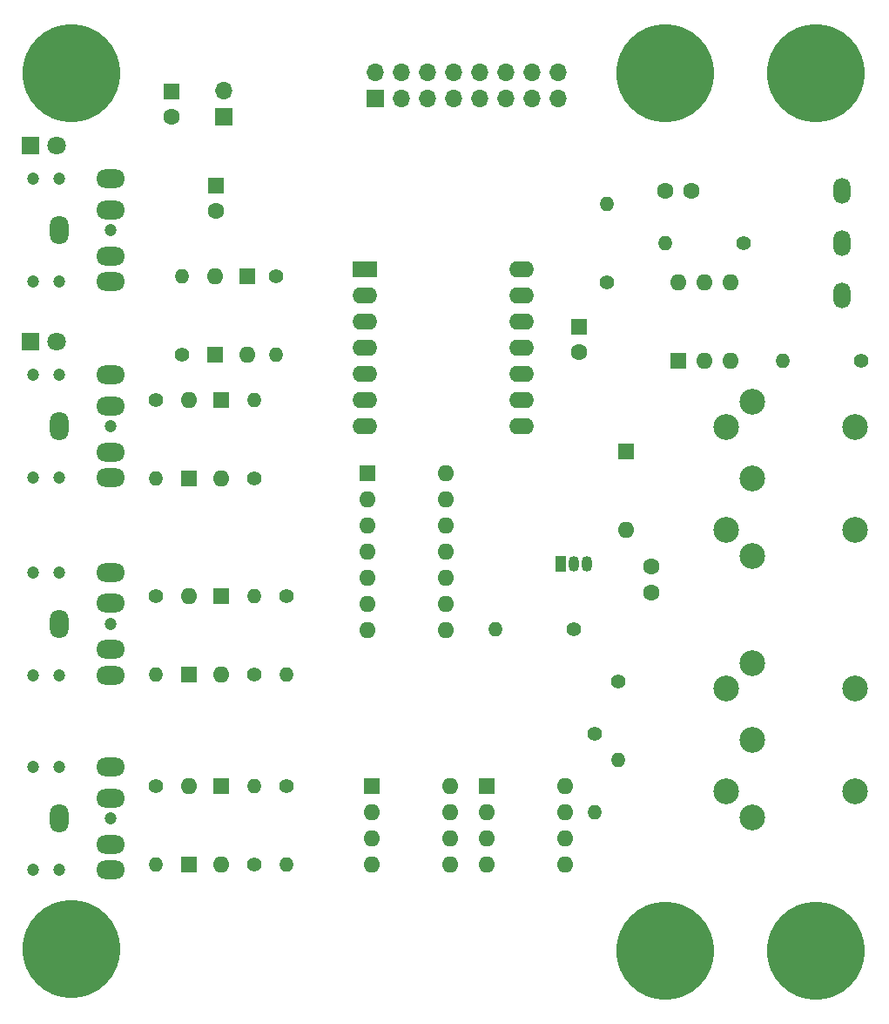
<source format=gbs>
%TF.GenerationSoftware,KiCad,Pcbnew,(6.0.1)*%
%TF.CreationDate,2022-10-11T13:34:11-04:00*%
%TF.ProjectId,SYNTH-MIDI-CTL-01,53594e54-482d-44d4-9944-492d43544c2d,1*%
%TF.SameCoordinates,Original*%
%TF.FileFunction,Soldermask,Bot*%
%TF.FilePolarity,Negative*%
%FSLAX46Y46*%
G04 Gerber Fmt 4.6, Leading zero omitted, Abs format (unit mm)*
G04 Created by KiCad (PCBNEW (6.0.1)) date 2022-10-11 13:34:11*
%MOMM*%
%LPD*%
G01*
G04 APERTURE LIST*
%ADD10C,1.600000*%
%ADD11R,1.600000X1.600000*%
%ADD12O,1.600000X1.600000*%
%ADD13C,9.525000*%
%ADD14O,1.651000X2.540000*%
%ADD15C,1.400000*%
%ADD16O,1.400000X1.400000*%
%ADD17C,1.200000*%
%ADD18O,2.800000X1.800000*%
%ADD19O,1.800000X2.800000*%
%ADD20C,2.500000*%
%ADD21R,1.700000X1.700000*%
%ADD22O,1.700000X1.700000*%
%ADD23R,1.050000X1.500000*%
%ADD24O,1.050000X1.500000*%
%ADD25R,2.400000X1.600000*%
%ADD26O,2.400000X1.600000*%
%ADD27R,1.800000X1.800000*%
%ADD28C,1.800000*%
G04 APERTURE END LIST*
D10*
%TO.C,C5*%
X148500000Y-76500000D03*
X148500000Y-79000000D03*
%TD*%
D11*
%TO.C,C3*%
X106172000Y-39434888D03*
D10*
X106172000Y-41934888D03*
%TD*%
D11*
%TO.C,D4*%
X106680000Y-60325000D03*
D12*
X106680000Y-67945000D03*
%TD*%
D11*
%TO.C,C2*%
X141478000Y-53150888D03*
D10*
X141478000Y-55650888D03*
%TD*%
D11*
%TO.C,D9*%
X106680000Y-97790000D03*
D12*
X106680000Y-105410000D03*
%TD*%
D13*
%TO.C,MTG2*%
X92075000Y-113665000D03*
%TD*%
D14*
%TO.C,RV1*%
X167005000Y-40010000D03*
X167005000Y-45090000D03*
X167005000Y-50170000D03*
%TD*%
D13*
%TO.C,MTG3*%
X164465000Y-28575000D03*
%TD*%
%TO.C,MTG6*%
X149860000Y-113792000D03*
%TD*%
D15*
%TO.C,R8*%
X100330000Y-79375000D03*
D16*
X100330000Y-86995000D03*
%TD*%
D15*
%TO.C,R6*%
X100330000Y-60325000D03*
D16*
X100330000Y-67945000D03*
%TD*%
D15*
%TO.C,R5*%
X168910000Y-56515000D03*
D16*
X161290000Y-56515000D03*
%TD*%
D15*
%TO.C,R15*%
X109855000Y-105410000D03*
D16*
X109855000Y-97790000D03*
%TD*%
D17*
%TO.C,J3*%
X88432000Y-67865000D03*
X95932000Y-62865000D03*
X88432000Y-57865000D03*
X90932000Y-57865000D03*
X90932000Y-67865000D03*
D18*
X95932000Y-57865000D03*
X95932000Y-60865000D03*
D19*
X90932000Y-62865000D03*
D18*
X95932000Y-67865000D03*
X95932000Y-65365000D03*
%TD*%
D11*
%TO.C,U3*%
X151145000Y-56505000D03*
D12*
X153685000Y-56505000D03*
X156225000Y-56505000D03*
X156225000Y-48885000D03*
X153685000Y-48885000D03*
X151145000Y-48885000D03*
%TD*%
D17*
%TO.C,J5*%
X90932000Y-77042000D03*
X88432000Y-77042000D03*
X95932000Y-82042000D03*
X90932000Y-87042000D03*
X88432000Y-87042000D03*
D18*
X95932000Y-77042000D03*
X95932000Y-80042000D03*
D19*
X90932000Y-82042000D03*
D18*
X95932000Y-87042000D03*
X95932000Y-84542000D03*
%TD*%
D11*
%TO.C,D6*%
X103505000Y-86995000D03*
D12*
X103505000Y-79375000D03*
%TD*%
D11*
%TO.C,U6*%
X132471000Y-97800000D03*
D12*
X132471000Y-100340000D03*
X132471000Y-102880000D03*
X132471000Y-105420000D03*
X140091000Y-105420000D03*
X140091000Y-102880000D03*
X140091000Y-100340000D03*
X140091000Y-97800000D03*
%TD*%
D15*
%TO.C,R9*%
X109855000Y-86995000D03*
D16*
X109855000Y-79375000D03*
%TD*%
D11*
%TO.C,D5*%
X146050000Y-65278000D03*
D12*
X146050000Y-72898000D03*
%TD*%
D15*
%TO.C,R14*%
X100330000Y-97790000D03*
D16*
X100330000Y-105410000D03*
%TD*%
D11*
%TO.C,D8*%
X103505000Y-105410000D03*
D12*
X103505000Y-97790000D03*
%TD*%
D11*
%TO.C,D3*%
X103505000Y-67945000D03*
D12*
X103505000Y-60325000D03*
%TD*%
D11*
%TO.C,D1*%
X106045000Y-55880000D03*
D12*
X106045000Y-48260000D03*
%TD*%
D11*
%TO.C,U5*%
X121295000Y-97800000D03*
D12*
X121295000Y-100340000D03*
X121295000Y-102880000D03*
X121295000Y-105420000D03*
X128915000Y-105420000D03*
X128915000Y-102880000D03*
X128915000Y-100340000D03*
X128915000Y-97800000D03*
%TD*%
D20*
%TO.C,J6*%
X158290000Y-85845000D03*
X158290000Y-93345000D03*
X158290000Y-100845000D03*
X155790000Y-88345000D03*
X155790000Y-98345000D03*
X168290000Y-98345000D03*
X168290000Y-88345000D03*
%TD*%
D15*
%TO.C,R10*%
X113030000Y-79375000D03*
D16*
X113030000Y-86995000D03*
%TD*%
D15*
%TO.C,R3*%
X102870000Y-55880000D03*
D16*
X102870000Y-48260000D03*
%TD*%
D13*
%TO.C,MTG5*%
X149860000Y-28575000D03*
%TD*%
D11*
%TO.C,D7*%
X106680000Y-79375000D03*
D12*
X106680000Y-86995000D03*
%TD*%
D21*
%TO.C,J1*%
X121666000Y-31050000D03*
D22*
X121666000Y-28510000D03*
X124206000Y-31050000D03*
X124206000Y-28510000D03*
X126746000Y-31050000D03*
X126746000Y-28510000D03*
X129286000Y-31050000D03*
X129286000Y-28510000D03*
X131826000Y-31050000D03*
X131826000Y-28510000D03*
X134366000Y-31050000D03*
X134366000Y-28510000D03*
X136906000Y-31050000D03*
X136906000Y-28510000D03*
X139446000Y-31050000D03*
X139446000Y-28510000D03*
%TD*%
D15*
%TO.C,R13*%
X143002000Y-92710000D03*
D16*
X143002000Y-100330000D03*
%TD*%
D15*
%TO.C,R2*%
X157480000Y-45085000D03*
D16*
X149860000Y-45085000D03*
%TD*%
D23*
%TO.C,Q1*%
X139700000Y-76200000D03*
D24*
X140970000Y-76200000D03*
X142240000Y-76200000D03*
%TD*%
D25*
%TO.C,U2*%
X120650000Y-47625000D03*
D26*
X120650000Y-50165000D03*
X120650000Y-52705000D03*
X120650000Y-55245000D03*
X120650000Y-57785000D03*
X120650000Y-60325000D03*
X120650000Y-62865000D03*
X135890000Y-62865000D03*
X135890000Y-60325000D03*
X135890000Y-57785000D03*
X135890000Y-55245000D03*
X135890000Y-52705000D03*
X135890000Y-50165000D03*
X135890000Y-47625000D03*
%TD*%
D11*
%TO.C,D2*%
X109220000Y-48260000D03*
D12*
X109220000Y-55880000D03*
%TD*%
D21*
%TO.C,H1*%
X106934000Y-32771000D03*
D22*
X106934000Y-30231000D03*
%TD*%
D13*
%TO.C,MTG4*%
X164465000Y-113792000D03*
%TD*%
%TO.C,MTG1*%
X92075000Y-28575000D03*
%TD*%
D15*
%TO.C,R16*%
X113030000Y-97790000D03*
D16*
X113030000Y-105410000D03*
%TD*%
D15*
%TO.C,R1*%
X144145000Y-48895000D03*
D16*
X144145000Y-41275000D03*
%TD*%
D15*
%TO.C,R4*%
X112014000Y-48260000D03*
D16*
X112014000Y-55880000D03*
%TD*%
D15*
%TO.C,R7*%
X109855000Y-67945000D03*
D16*
X109855000Y-60325000D03*
%TD*%
D20*
%TO.C,J4*%
X158290000Y-60445000D03*
X158290000Y-67945000D03*
X158290000Y-75445000D03*
X155790000Y-62945000D03*
X155790000Y-72945000D03*
X168290000Y-72945000D03*
X168290000Y-62945000D03*
%TD*%
D15*
%TO.C,R12*%
X145288000Y-87630000D03*
D16*
X145288000Y-95250000D03*
%TD*%
D27*
%TO.C,DS1*%
X88133000Y-35560000D03*
D28*
X90673000Y-35560000D03*
%TD*%
D17*
%TO.C,J2*%
X88432000Y-38815000D03*
X90932000Y-38815000D03*
X95932000Y-43815000D03*
X90932000Y-48815000D03*
X88432000Y-48815000D03*
D18*
X95932000Y-38815000D03*
X95932000Y-41815000D03*
D19*
X90932000Y-43815000D03*
D18*
X95932000Y-48815000D03*
X95932000Y-46315000D03*
%TD*%
D11*
%TO.C,C1*%
X101854000Y-30290888D03*
D10*
X101854000Y-32790888D03*
%TD*%
D17*
%TO.C,J7*%
X90932000Y-95965000D03*
X88432000Y-95965000D03*
X90932000Y-105965000D03*
X95932000Y-100965000D03*
X88432000Y-105965000D03*
D18*
X95932000Y-95965000D03*
X95932000Y-98965000D03*
D19*
X90932000Y-100965000D03*
D18*
X95932000Y-105965000D03*
X95932000Y-103465000D03*
%TD*%
D27*
%TO.C,DS2*%
X88133000Y-54610000D03*
D28*
X90673000Y-54610000D03*
%TD*%
D11*
%TO.C,U4*%
X120870000Y-67450000D03*
D12*
X120870000Y-69990000D03*
X120870000Y-72530000D03*
X120870000Y-75070000D03*
X120870000Y-77610000D03*
X120870000Y-80150000D03*
X120870000Y-82690000D03*
X128490000Y-82690000D03*
X128490000Y-80150000D03*
X128490000Y-77610000D03*
X128490000Y-75070000D03*
X128490000Y-72530000D03*
X128490000Y-69990000D03*
X128490000Y-67450000D03*
%TD*%
D15*
%TO.C,R11*%
X140970000Y-82550000D03*
D16*
X133350000Y-82550000D03*
%TD*%
D10*
%TO.C,C4*%
X149880000Y-40005000D03*
X152380000Y-40005000D03*
%TD*%
M02*

</source>
